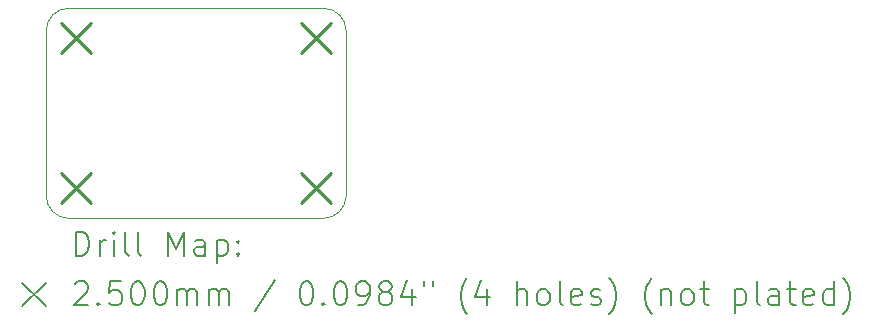
<source format=gbr>
%TF.GenerationSoftware,KiCad,Pcbnew,(6.0.10)*%
%TF.CreationDate,2023-01-14T14:38:56-05:00*%
%TF.ProjectId,AS5600-Breakout,41533536-3030-42d4-9272-65616b6f7574,rev?*%
%TF.SameCoordinates,Original*%
%TF.FileFunction,Drillmap*%
%TF.FilePolarity,Positive*%
%FSLAX45Y45*%
G04 Gerber Fmt 4.5, Leading zero omitted, Abs format (unit mm)*
G04 Created by KiCad (PCBNEW (6.0.10)) date 2023-01-14 14:38:56*
%MOMM*%
%LPD*%
G01*
G04 APERTURE LIST*
%ADD10C,0.100000*%
%ADD11C,0.200000*%
%ADD12C,0.250000*%
G04 APERTURE END LIST*
D10*
X13525500Y-9398000D02*
G75*
G03*
X13716000Y-9207500I0J190500D01*
G01*
X11176000Y-9207500D02*
G75*
G03*
X11366500Y-9398000I190500J0D01*
G01*
X13716000Y-7810500D02*
X13716000Y-9207500D01*
X13716000Y-7810500D02*
G75*
G03*
X13525500Y-7620000I-190500J0D01*
G01*
X11366500Y-7620000D02*
X13525500Y-7620000D01*
X13525500Y-9398000D02*
X11366500Y-9398000D01*
X11176000Y-9207500D02*
X11176000Y-7810500D01*
X11366500Y-7620000D02*
G75*
G03*
X11176000Y-7810500I0J-190500D01*
G01*
D11*
D12*
X11305000Y-7749000D02*
X11555000Y-7999000D01*
X11555000Y-7749000D02*
X11305000Y-7999000D01*
X11305000Y-9019000D02*
X11555000Y-9269000D01*
X11555000Y-9019000D02*
X11305000Y-9269000D01*
X13337000Y-7749000D02*
X13587000Y-7999000D01*
X13587000Y-7749000D02*
X13337000Y-7999000D01*
X13337000Y-9019000D02*
X13587000Y-9269000D01*
X13587000Y-9019000D02*
X13337000Y-9269000D01*
D11*
X11428619Y-9713476D02*
X11428619Y-9513476D01*
X11476238Y-9513476D01*
X11504809Y-9523000D01*
X11523857Y-9542048D01*
X11533381Y-9561095D01*
X11542905Y-9599190D01*
X11542905Y-9627762D01*
X11533381Y-9665857D01*
X11523857Y-9684905D01*
X11504809Y-9703952D01*
X11476238Y-9713476D01*
X11428619Y-9713476D01*
X11628619Y-9713476D02*
X11628619Y-9580143D01*
X11628619Y-9618238D02*
X11638143Y-9599190D01*
X11647667Y-9589667D01*
X11666714Y-9580143D01*
X11685762Y-9580143D01*
X11752428Y-9713476D02*
X11752428Y-9580143D01*
X11752428Y-9513476D02*
X11742905Y-9523000D01*
X11752428Y-9532524D01*
X11761952Y-9523000D01*
X11752428Y-9513476D01*
X11752428Y-9532524D01*
X11876238Y-9713476D02*
X11857190Y-9703952D01*
X11847667Y-9684905D01*
X11847667Y-9513476D01*
X11981000Y-9713476D02*
X11961952Y-9703952D01*
X11952428Y-9684905D01*
X11952428Y-9513476D01*
X12209571Y-9713476D02*
X12209571Y-9513476D01*
X12276238Y-9656333D01*
X12342905Y-9513476D01*
X12342905Y-9713476D01*
X12523857Y-9713476D02*
X12523857Y-9608714D01*
X12514333Y-9589667D01*
X12495286Y-9580143D01*
X12457190Y-9580143D01*
X12438143Y-9589667D01*
X12523857Y-9703952D02*
X12504809Y-9713476D01*
X12457190Y-9713476D01*
X12438143Y-9703952D01*
X12428619Y-9684905D01*
X12428619Y-9665857D01*
X12438143Y-9646810D01*
X12457190Y-9637286D01*
X12504809Y-9637286D01*
X12523857Y-9627762D01*
X12619095Y-9580143D02*
X12619095Y-9780143D01*
X12619095Y-9589667D02*
X12638143Y-9580143D01*
X12676238Y-9580143D01*
X12695286Y-9589667D01*
X12704809Y-9599190D01*
X12714333Y-9618238D01*
X12714333Y-9675381D01*
X12704809Y-9694429D01*
X12695286Y-9703952D01*
X12676238Y-9713476D01*
X12638143Y-9713476D01*
X12619095Y-9703952D01*
X12800048Y-9694429D02*
X12809571Y-9703952D01*
X12800048Y-9713476D01*
X12790524Y-9703952D01*
X12800048Y-9694429D01*
X12800048Y-9713476D01*
X12800048Y-9589667D02*
X12809571Y-9599190D01*
X12800048Y-9608714D01*
X12790524Y-9599190D01*
X12800048Y-9589667D01*
X12800048Y-9608714D01*
X10971000Y-9943000D02*
X11171000Y-10143000D01*
X11171000Y-9943000D02*
X10971000Y-10143000D01*
X11419095Y-9952524D02*
X11428619Y-9943000D01*
X11447667Y-9933476D01*
X11495286Y-9933476D01*
X11514333Y-9943000D01*
X11523857Y-9952524D01*
X11533381Y-9971571D01*
X11533381Y-9990619D01*
X11523857Y-10019190D01*
X11409571Y-10133476D01*
X11533381Y-10133476D01*
X11619095Y-10114429D02*
X11628619Y-10123952D01*
X11619095Y-10133476D01*
X11609571Y-10123952D01*
X11619095Y-10114429D01*
X11619095Y-10133476D01*
X11809571Y-9933476D02*
X11714333Y-9933476D01*
X11704809Y-10028714D01*
X11714333Y-10019190D01*
X11733381Y-10009667D01*
X11781000Y-10009667D01*
X11800048Y-10019190D01*
X11809571Y-10028714D01*
X11819095Y-10047762D01*
X11819095Y-10095381D01*
X11809571Y-10114429D01*
X11800048Y-10123952D01*
X11781000Y-10133476D01*
X11733381Y-10133476D01*
X11714333Y-10123952D01*
X11704809Y-10114429D01*
X11942905Y-9933476D02*
X11961952Y-9933476D01*
X11981000Y-9943000D01*
X11990524Y-9952524D01*
X12000048Y-9971571D01*
X12009571Y-10009667D01*
X12009571Y-10057286D01*
X12000048Y-10095381D01*
X11990524Y-10114429D01*
X11981000Y-10123952D01*
X11961952Y-10133476D01*
X11942905Y-10133476D01*
X11923857Y-10123952D01*
X11914333Y-10114429D01*
X11904809Y-10095381D01*
X11895286Y-10057286D01*
X11895286Y-10009667D01*
X11904809Y-9971571D01*
X11914333Y-9952524D01*
X11923857Y-9943000D01*
X11942905Y-9933476D01*
X12133381Y-9933476D02*
X12152428Y-9933476D01*
X12171476Y-9943000D01*
X12181000Y-9952524D01*
X12190524Y-9971571D01*
X12200048Y-10009667D01*
X12200048Y-10057286D01*
X12190524Y-10095381D01*
X12181000Y-10114429D01*
X12171476Y-10123952D01*
X12152428Y-10133476D01*
X12133381Y-10133476D01*
X12114333Y-10123952D01*
X12104809Y-10114429D01*
X12095286Y-10095381D01*
X12085762Y-10057286D01*
X12085762Y-10009667D01*
X12095286Y-9971571D01*
X12104809Y-9952524D01*
X12114333Y-9943000D01*
X12133381Y-9933476D01*
X12285762Y-10133476D02*
X12285762Y-10000143D01*
X12285762Y-10019190D02*
X12295286Y-10009667D01*
X12314333Y-10000143D01*
X12342905Y-10000143D01*
X12361952Y-10009667D01*
X12371476Y-10028714D01*
X12371476Y-10133476D01*
X12371476Y-10028714D02*
X12381000Y-10009667D01*
X12400048Y-10000143D01*
X12428619Y-10000143D01*
X12447667Y-10009667D01*
X12457190Y-10028714D01*
X12457190Y-10133476D01*
X12552428Y-10133476D02*
X12552428Y-10000143D01*
X12552428Y-10019190D02*
X12561952Y-10009667D01*
X12581000Y-10000143D01*
X12609571Y-10000143D01*
X12628619Y-10009667D01*
X12638143Y-10028714D01*
X12638143Y-10133476D01*
X12638143Y-10028714D02*
X12647667Y-10009667D01*
X12666714Y-10000143D01*
X12695286Y-10000143D01*
X12714333Y-10009667D01*
X12723857Y-10028714D01*
X12723857Y-10133476D01*
X13114333Y-9923952D02*
X12942905Y-10181095D01*
X13371476Y-9933476D02*
X13390524Y-9933476D01*
X13409571Y-9943000D01*
X13419095Y-9952524D01*
X13428619Y-9971571D01*
X13438143Y-10009667D01*
X13438143Y-10057286D01*
X13428619Y-10095381D01*
X13419095Y-10114429D01*
X13409571Y-10123952D01*
X13390524Y-10133476D01*
X13371476Y-10133476D01*
X13352428Y-10123952D01*
X13342905Y-10114429D01*
X13333381Y-10095381D01*
X13323857Y-10057286D01*
X13323857Y-10009667D01*
X13333381Y-9971571D01*
X13342905Y-9952524D01*
X13352428Y-9943000D01*
X13371476Y-9933476D01*
X13523857Y-10114429D02*
X13533381Y-10123952D01*
X13523857Y-10133476D01*
X13514333Y-10123952D01*
X13523857Y-10114429D01*
X13523857Y-10133476D01*
X13657190Y-9933476D02*
X13676238Y-9933476D01*
X13695286Y-9943000D01*
X13704809Y-9952524D01*
X13714333Y-9971571D01*
X13723857Y-10009667D01*
X13723857Y-10057286D01*
X13714333Y-10095381D01*
X13704809Y-10114429D01*
X13695286Y-10123952D01*
X13676238Y-10133476D01*
X13657190Y-10133476D01*
X13638143Y-10123952D01*
X13628619Y-10114429D01*
X13619095Y-10095381D01*
X13609571Y-10057286D01*
X13609571Y-10009667D01*
X13619095Y-9971571D01*
X13628619Y-9952524D01*
X13638143Y-9943000D01*
X13657190Y-9933476D01*
X13819095Y-10133476D02*
X13857190Y-10133476D01*
X13876238Y-10123952D01*
X13885762Y-10114429D01*
X13904809Y-10085857D01*
X13914333Y-10047762D01*
X13914333Y-9971571D01*
X13904809Y-9952524D01*
X13895286Y-9943000D01*
X13876238Y-9933476D01*
X13838143Y-9933476D01*
X13819095Y-9943000D01*
X13809571Y-9952524D01*
X13800048Y-9971571D01*
X13800048Y-10019190D01*
X13809571Y-10038238D01*
X13819095Y-10047762D01*
X13838143Y-10057286D01*
X13876238Y-10057286D01*
X13895286Y-10047762D01*
X13904809Y-10038238D01*
X13914333Y-10019190D01*
X14028619Y-10019190D02*
X14009571Y-10009667D01*
X14000048Y-10000143D01*
X13990524Y-9981095D01*
X13990524Y-9971571D01*
X14000048Y-9952524D01*
X14009571Y-9943000D01*
X14028619Y-9933476D01*
X14066714Y-9933476D01*
X14085762Y-9943000D01*
X14095286Y-9952524D01*
X14104809Y-9971571D01*
X14104809Y-9981095D01*
X14095286Y-10000143D01*
X14085762Y-10009667D01*
X14066714Y-10019190D01*
X14028619Y-10019190D01*
X14009571Y-10028714D01*
X14000048Y-10038238D01*
X13990524Y-10057286D01*
X13990524Y-10095381D01*
X14000048Y-10114429D01*
X14009571Y-10123952D01*
X14028619Y-10133476D01*
X14066714Y-10133476D01*
X14085762Y-10123952D01*
X14095286Y-10114429D01*
X14104809Y-10095381D01*
X14104809Y-10057286D01*
X14095286Y-10038238D01*
X14085762Y-10028714D01*
X14066714Y-10019190D01*
X14276238Y-10000143D02*
X14276238Y-10133476D01*
X14228619Y-9923952D02*
X14181000Y-10066810D01*
X14304809Y-10066810D01*
X14371476Y-9933476D02*
X14371476Y-9971571D01*
X14447667Y-9933476D02*
X14447667Y-9971571D01*
X14742905Y-10209667D02*
X14733381Y-10200143D01*
X14714333Y-10171571D01*
X14704809Y-10152524D01*
X14695286Y-10123952D01*
X14685762Y-10076333D01*
X14685762Y-10038238D01*
X14695286Y-9990619D01*
X14704809Y-9962048D01*
X14714333Y-9943000D01*
X14733381Y-9914429D01*
X14742905Y-9904905D01*
X14904809Y-10000143D02*
X14904809Y-10133476D01*
X14857190Y-9923952D02*
X14809571Y-10066810D01*
X14933381Y-10066810D01*
X15161952Y-10133476D02*
X15161952Y-9933476D01*
X15247667Y-10133476D02*
X15247667Y-10028714D01*
X15238143Y-10009667D01*
X15219095Y-10000143D01*
X15190524Y-10000143D01*
X15171476Y-10009667D01*
X15161952Y-10019190D01*
X15371476Y-10133476D02*
X15352428Y-10123952D01*
X15342905Y-10114429D01*
X15333381Y-10095381D01*
X15333381Y-10038238D01*
X15342905Y-10019190D01*
X15352428Y-10009667D01*
X15371476Y-10000143D01*
X15400048Y-10000143D01*
X15419095Y-10009667D01*
X15428619Y-10019190D01*
X15438143Y-10038238D01*
X15438143Y-10095381D01*
X15428619Y-10114429D01*
X15419095Y-10123952D01*
X15400048Y-10133476D01*
X15371476Y-10133476D01*
X15552428Y-10133476D02*
X15533381Y-10123952D01*
X15523857Y-10104905D01*
X15523857Y-9933476D01*
X15704809Y-10123952D02*
X15685762Y-10133476D01*
X15647667Y-10133476D01*
X15628619Y-10123952D01*
X15619095Y-10104905D01*
X15619095Y-10028714D01*
X15628619Y-10009667D01*
X15647667Y-10000143D01*
X15685762Y-10000143D01*
X15704809Y-10009667D01*
X15714333Y-10028714D01*
X15714333Y-10047762D01*
X15619095Y-10066810D01*
X15790524Y-10123952D02*
X15809571Y-10133476D01*
X15847667Y-10133476D01*
X15866714Y-10123952D01*
X15876238Y-10104905D01*
X15876238Y-10095381D01*
X15866714Y-10076333D01*
X15847667Y-10066810D01*
X15819095Y-10066810D01*
X15800048Y-10057286D01*
X15790524Y-10038238D01*
X15790524Y-10028714D01*
X15800048Y-10009667D01*
X15819095Y-10000143D01*
X15847667Y-10000143D01*
X15866714Y-10009667D01*
X15942905Y-10209667D02*
X15952428Y-10200143D01*
X15971476Y-10171571D01*
X15981000Y-10152524D01*
X15990524Y-10123952D01*
X16000048Y-10076333D01*
X16000048Y-10038238D01*
X15990524Y-9990619D01*
X15981000Y-9962048D01*
X15971476Y-9943000D01*
X15952428Y-9914429D01*
X15942905Y-9904905D01*
X16304809Y-10209667D02*
X16295286Y-10200143D01*
X16276238Y-10171571D01*
X16266714Y-10152524D01*
X16257190Y-10123952D01*
X16247667Y-10076333D01*
X16247667Y-10038238D01*
X16257190Y-9990619D01*
X16266714Y-9962048D01*
X16276238Y-9943000D01*
X16295286Y-9914429D01*
X16304809Y-9904905D01*
X16381000Y-10000143D02*
X16381000Y-10133476D01*
X16381000Y-10019190D02*
X16390524Y-10009667D01*
X16409571Y-10000143D01*
X16438143Y-10000143D01*
X16457190Y-10009667D01*
X16466714Y-10028714D01*
X16466714Y-10133476D01*
X16590524Y-10133476D02*
X16571476Y-10123952D01*
X16561952Y-10114429D01*
X16552428Y-10095381D01*
X16552428Y-10038238D01*
X16561952Y-10019190D01*
X16571476Y-10009667D01*
X16590524Y-10000143D01*
X16619095Y-10000143D01*
X16638143Y-10009667D01*
X16647667Y-10019190D01*
X16657190Y-10038238D01*
X16657190Y-10095381D01*
X16647667Y-10114429D01*
X16638143Y-10123952D01*
X16619095Y-10133476D01*
X16590524Y-10133476D01*
X16714333Y-10000143D02*
X16790524Y-10000143D01*
X16742905Y-9933476D02*
X16742905Y-10104905D01*
X16752428Y-10123952D01*
X16771476Y-10133476D01*
X16790524Y-10133476D01*
X17009571Y-10000143D02*
X17009571Y-10200143D01*
X17009571Y-10009667D02*
X17028619Y-10000143D01*
X17066714Y-10000143D01*
X17085762Y-10009667D01*
X17095286Y-10019190D01*
X17104810Y-10038238D01*
X17104810Y-10095381D01*
X17095286Y-10114429D01*
X17085762Y-10123952D01*
X17066714Y-10133476D01*
X17028619Y-10133476D01*
X17009571Y-10123952D01*
X17219095Y-10133476D02*
X17200048Y-10123952D01*
X17190524Y-10104905D01*
X17190524Y-9933476D01*
X17381000Y-10133476D02*
X17381000Y-10028714D01*
X17371476Y-10009667D01*
X17352429Y-10000143D01*
X17314333Y-10000143D01*
X17295286Y-10009667D01*
X17381000Y-10123952D02*
X17361952Y-10133476D01*
X17314333Y-10133476D01*
X17295286Y-10123952D01*
X17285762Y-10104905D01*
X17285762Y-10085857D01*
X17295286Y-10066810D01*
X17314333Y-10057286D01*
X17361952Y-10057286D01*
X17381000Y-10047762D01*
X17447667Y-10000143D02*
X17523857Y-10000143D01*
X17476238Y-9933476D02*
X17476238Y-10104905D01*
X17485762Y-10123952D01*
X17504810Y-10133476D01*
X17523857Y-10133476D01*
X17666714Y-10123952D02*
X17647667Y-10133476D01*
X17609571Y-10133476D01*
X17590524Y-10123952D01*
X17581000Y-10104905D01*
X17581000Y-10028714D01*
X17590524Y-10009667D01*
X17609571Y-10000143D01*
X17647667Y-10000143D01*
X17666714Y-10009667D01*
X17676238Y-10028714D01*
X17676238Y-10047762D01*
X17581000Y-10066810D01*
X17847667Y-10133476D02*
X17847667Y-9933476D01*
X17847667Y-10123952D02*
X17828619Y-10133476D01*
X17790524Y-10133476D01*
X17771476Y-10123952D01*
X17761952Y-10114429D01*
X17752429Y-10095381D01*
X17752429Y-10038238D01*
X17761952Y-10019190D01*
X17771476Y-10009667D01*
X17790524Y-10000143D01*
X17828619Y-10000143D01*
X17847667Y-10009667D01*
X17923857Y-10209667D02*
X17933381Y-10200143D01*
X17952429Y-10171571D01*
X17961952Y-10152524D01*
X17971476Y-10123952D01*
X17981000Y-10076333D01*
X17981000Y-10038238D01*
X17971476Y-9990619D01*
X17961952Y-9962048D01*
X17952429Y-9943000D01*
X17933381Y-9914429D01*
X17923857Y-9904905D01*
M02*

</source>
